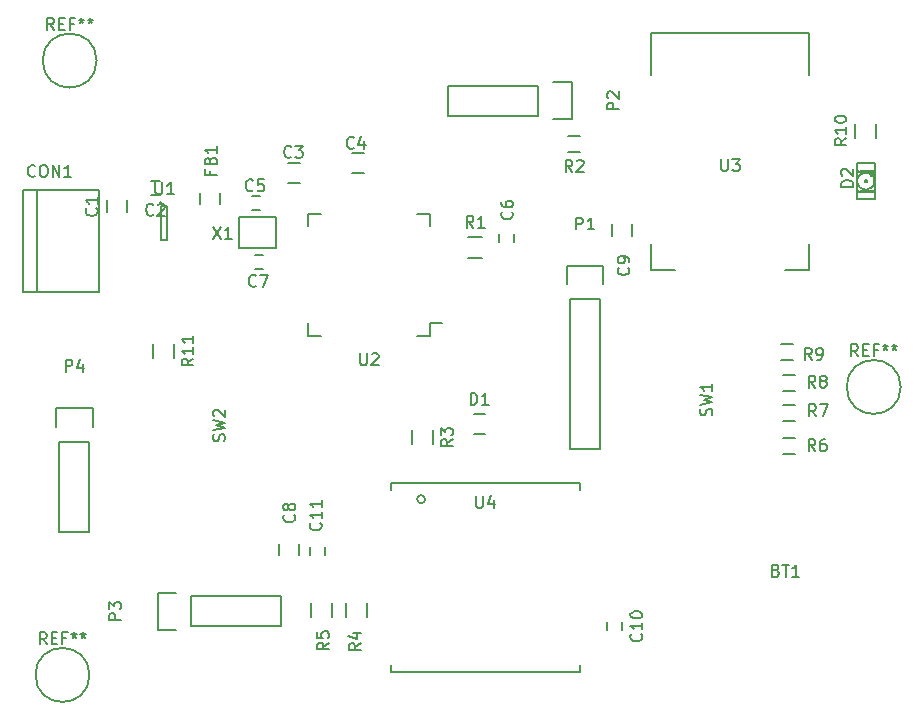
<source format=gbr>
G04 #@! TF.FileFunction,Legend,Top*
%FSLAX46Y46*%
G04 Gerber Fmt 4.6, Leading zero omitted, Abs format (unit mm)*
G04 Created by KiCad (PCBNEW (2015-07-31 BZR 6030)-product) date Mon Sep  7 21:48:31 2015*
%MOMM*%
G01*
G04 APERTURE LIST*
%ADD10C,0.100000*%
%ADD11C,0.150000*%
G04 APERTURE END LIST*
D10*
D11*
X166827200Y-83007200D02*
G75*
G03X166827200Y-83007200I-2286000J0D01*
G01*
X98145600Y-107391200D02*
G75*
G03X98145600Y-107391200I-2286000J0D01*
G01*
X99632400Y-67216400D02*
X99632400Y-68216400D01*
X101332400Y-68216400D02*
X101332400Y-67216400D01*
X104083600Y-66741600D02*
X103383600Y-66741600D01*
X103383600Y-65541600D02*
X104083600Y-65541600D01*
X114968400Y-65772400D02*
X115968400Y-65772400D01*
X115968400Y-64072400D02*
X114968400Y-64072400D01*
X120353200Y-64858000D02*
X121353200Y-64858000D01*
X121353200Y-63158000D02*
X120353200Y-63158000D01*
X112618000Y-68062400D02*
X111918000Y-68062400D01*
X111918000Y-66862400D02*
X112618000Y-66862400D01*
X132851600Y-70758800D02*
X132851600Y-70058800D01*
X134051600Y-70058800D02*
X134051600Y-70758800D01*
X112172000Y-71840800D02*
X112872000Y-71840800D01*
X112872000Y-73040800D02*
X112172000Y-73040800D01*
X115912000Y-97274000D02*
X115912000Y-96274000D01*
X114212000Y-96274000D02*
X114212000Y-97274000D01*
X144106000Y-70248400D02*
X144106000Y-69248400D01*
X142406000Y-69248400D02*
X142406000Y-70248400D01*
X143195600Y-102926400D02*
X143195600Y-103626400D01*
X141995600Y-103626400D02*
X141995600Y-102926400D01*
X118049600Y-96525600D02*
X118049600Y-97225600D01*
X116849600Y-97225600D02*
X116849600Y-96525600D01*
X92511600Y-66292000D02*
X92511600Y-74992000D01*
X98916600Y-66292000D02*
X98916600Y-74992000D01*
X98916600Y-74992000D02*
X92511600Y-74992000D01*
X93741600Y-74992000D02*
X93741600Y-66292000D01*
X92511600Y-66292000D02*
X98916600Y-66292000D01*
X131665600Y-85306800D02*
X130665600Y-85306800D01*
X130665600Y-87006800D02*
X131665600Y-87006800D01*
X163979860Y-65681860D02*
X163979860Y-65483740D01*
X163979860Y-65483740D02*
X163781740Y-65483740D01*
X163781740Y-65681860D02*
X163781740Y-65483740D01*
X163979860Y-65681860D02*
X163781740Y-65681860D01*
X164579300Y-65133220D02*
X164579300Y-64785240D01*
X164579300Y-64785240D02*
X164330380Y-64785240D01*
X164330380Y-65133220D02*
X164330380Y-64785240D01*
X164579300Y-65133220D02*
X164330380Y-65133220D01*
X164579300Y-64785240D02*
X164579300Y-64683640D01*
X164579300Y-64683640D02*
X163382960Y-64683640D01*
X163382960Y-64785240D02*
X163382960Y-64683640D01*
X164579300Y-64785240D02*
X163382960Y-64785240D01*
X163332160Y-64785240D02*
X163332160Y-64683640D01*
X163332160Y-64683640D02*
X163182300Y-64683640D01*
X163182300Y-64785240D02*
X163182300Y-64683640D01*
X163332160Y-64785240D02*
X163182300Y-64785240D01*
X164579300Y-66481960D02*
X164579300Y-66380360D01*
X164579300Y-66380360D02*
X163382960Y-66380360D01*
X163382960Y-66481960D02*
X163382960Y-66380360D01*
X164579300Y-66481960D02*
X163382960Y-66481960D01*
X163332160Y-66481960D02*
X163332160Y-66380360D01*
X163332160Y-66380360D02*
X163182300Y-66380360D01*
X163182300Y-66481960D02*
X163182300Y-66380360D01*
X163332160Y-66481960D02*
X163182300Y-66481960D01*
X164579300Y-65133220D02*
X164579300Y-64983360D01*
X164579300Y-64983360D02*
X164330380Y-64983360D01*
X164330380Y-65133220D02*
X164330380Y-64983360D01*
X164579300Y-65133220D02*
X164330380Y-65133220D01*
X164630100Y-64033400D02*
X164630100Y-67132200D01*
X164630100Y-67132200D02*
X163131500Y-67132200D01*
X163131500Y-67132200D02*
X163131500Y-64033400D01*
X163131500Y-64033400D02*
X164630100Y-64033400D01*
X164380154Y-66130062D02*
G75*
G03X164378640Y-65034160I-499354J547262D01*
G01*
X163382402Y-66130933D02*
G75*
G03X164378640Y-66131440I498398J548133D01*
G01*
X163381446Y-65035538D02*
G75*
G03X163382960Y-66131440I499354J-547262D01*
G01*
X164379198Y-65034667D02*
G75*
G03X163382960Y-65034160I-498398J-548133D01*
G01*
X109206400Y-67556000D02*
X109206400Y-66556000D01*
X107506400Y-66556000D02*
X107506400Y-67556000D01*
X141376400Y-75590400D02*
X141376400Y-88290400D01*
X141376400Y-88290400D02*
X138836400Y-88290400D01*
X138836400Y-88290400D02*
X138836400Y-75590400D01*
X141656400Y-72770400D02*
X141656400Y-74320400D01*
X141376400Y-75590400D02*
X138836400Y-75590400D01*
X138556400Y-74320400D02*
X138556400Y-72770400D01*
X138556400Y-72770400D02*
X141656400Y-72770400D01*
X136144000Y-57505600D02*
X128524000Y-57505600D01*
X136144000Y-60045600D02*
X128524000Y-60045600D01*
X138964000Y-60325600D02*
X137414000Y-60325600D01*
X128524000Y-57505600D02*
X128524000Y-60045600D01*
X136144000Y-60045600D02*
X136144000Y-57505600D01*
X137414000Y-57225600D02*
X138964000Y-57225600D01*
X138964000Y-57225600D02*
X138964000Y-60325600D01*
X106730800Y-103276400D02*
X114350800Y-103276400D01*
X106730800Y-100736400D02*
X114350800Y-100736400D01*
X103910800Y-100456400D02*
X105460800Y-100456400D01*
X114350800Y-103276400D02*
X114350800Y-100736400D01*
X106730800Y-100736400D02*
X106730800Y-103276400D01*
X105460800Y-103556400D02*
X103910800Y-103556400D01*
X103910800Y-103556400D02*
X103910800Y-100456400D01*
X95605600Y-87630000D02*
X95605600Y-95250000D01*
X98145600Y-87630000D02*
X98145600Y-95250000D01*
X98425600Y-84810000D02*
X98425600Y-86360000D01*
X95605600Y-95250000D02*
X98145600Y-95250000D01*
X98145600Y-87630000D02*
X95605600Y-87630000D01*
X95325600Y-86360000D02*
X95325600Y-84810000D01*
X95325600Y-84810000D02*
X98425600Y-84810000D01*
X131410000Y-72045800D02*
X130210000Y-72045800D01*
X130210000Y-70295800D02*
X131410000Y-70295800D01*
X138692000Y-61758200D02*
X139692000Y-61758200D01*
X139692000Y-63108200D02*
X138692000Y-63108200D01*
X125464600Y-87874400D02*
X125464600Y-86674400D01*
X127214600Y-86674400D02*
X127214600Y-87874400D01*
X121626600Y-101304800D02*
X121626600Y-102504800D01*
X119876600Y-102504800D02*
X119876600Y-101304800D01*
X118680200Y-101304800D02*
X118680200Y-102504800D01*
X116930200Y-102504800D02*
X116930200Y-101304800D01*
X156878400Y-87310600D02*
X157878400Y-87310600D01*
X157878400Y-88660600D02*
X156878400Y-88660600D01*
X156878400Y-84516600D02*
X157878400Y-84516600D01*
X157878400Y-85866600D02*
X156878400Y-85866600D01*
X156878400Y-81976600D02*
X157878400Y-81976600D01*
X157878400Y-83326600D02*
X156878400Y-83326600D01*
X156726000Y-79335000D02*
X157726000Y-79335000D01*
X157726000Y-80685000D02*
X156726000Y-80685000D01*
X164755800Y-60715600D02*
X164755800Y-61915600D01*
X163005800Y-61915600D02*
X163005800Y-60715600D01*
X103519000Y-80559200D02*
X103519000Y-79359200D01*
X105269000Y-79359200D02*
X105269000Y-80559200D01*
X104295600Y-67438800D02*
G75*
G03X104295600Y-67438800I-100000J0D01*
G01*
X104745600Y-67688800D02*
X104245600Y-67688800D01*
X104745600Y-70588800D02*
X104745600Y-67688800D01*
X104245600Y-70588800D02*
X104745600Y-70588800D01*
X104245600Y-67688800D02*
X104245600Y-70588800D01*
X126993400Y-78682600D02*
X126993400Y-77607600D01*
X116643400Y-78682600D02*
X116643400Y-77607600D01*
X116643400Y-68332600D02*
X116643400Y-69407600D01*
X126993400Y-68332600D02*
X126993400Y-69407600D01*
X126993400Y-78682600D02*
X125918400Y-78682600D01*
X126993400Y-68332600D02*
X125918400Y-68332600D01*
X116643400Y-68332600D02*
X117718400Y-68332600D01*
X116643400Y-78682600D02*
X117718400Y-78682600D01*
X126993400Y-77607600D02*
X128018400Y-77607600D01*
X145704560Y-56566440D02*
X145704560Y-53016440D01*
X145704560Y-53016440D02*
X159104560Y-53016440D01*
X159104560Y-53016440D02*
X159104560Y-56566440D01*
X159104560Y-73116440D02*
X159104560Y-70866440D01*
X157054560Y-73116440D02*
X159104560Y-73116440D01*
X145704560Y-70866440D02*
X145704560Y-73116440D01*
X145704560Y-73116440D02*
X147754560Y-73116440D01*
X139673600Y-91110800D02*
X139673600Y-91710800D01*
X139673600Y-107110800D02*
X139673600Y-106510800D01*
X123673600Y-107110800D02*
X123673600Y-106510800D01*
X123673600Y-91110800D02*
X123673600Y-91710800D01*
X139673600Y-91110800D02*
X123673600Y-91110800D01*
X123673600Y-107110800D02*
X139673600Y-107110800D01*
X126565205Y-92511880D02*
G75*
G03X126565205Y-92511880I-339905J0D01*
G01*
X110769600Y-68651600D02*
X113969600Y-68651600D01*
X113969600Y-68651600D02*
X113969600Y-71251600D01*
X113969600Y-71251600D02*
X110769600Y-71251600D01*
X110769600Y-71251600D02*
X110769600Y-68651600D01*
X98755200Y-55372000D02*
G75*
G03X98755200Y-55372000I-2286000J0D01*
G01*
X163207867Y-80411581D02*
X162874533Y-79935390D01*
X162636438Y-80411581D02*
X162636438Y-79411581D01*
X163017391Y-79411581D01*
X163112629Y-79459200D01*
X163160248Y-79506819D01*
X163207867Y-79602057D01*
X163207867Y-79744914D01*
X163160248Y-79840152D01*
X163112629Y-79887771D01*
X163017391Y-79935390D01*
X162636438Y-79935390D01*
X163636438Y-79887771D02*
X163969772Y-79887771D01*
X164112629Y-80411581D02*
X163636438Y-80411581D01*
X163636438Y-79411581D01*
X164112629Y-79411581D01*
X164874534Y-79887771D02*
X164541200Y-79887771D01*
X164541200Y-80411581D02*
X164541200Y-79411581D01*
X165017391Y-79411581D01*
X165541200Y-79411581D02*
X165541200Y-79649676D01*
X165303105Y-79554438D02*
X165541200Y-79649676D01*
X165779296Y-79554438D01*
X165398343Y-79840152D02*
X165541200Y-79649676D01*
X165684058Y-79840152D01*
X166303105Y-79411581D02*
X166303105Y-79649676D01*
X166065010Y-79554438D02*
X166303105Y-79649676D01*
X166541201Y-79554438D01*
X166160248Y-79840152D02*
X166303105Y-79649676D01*
X166445963Y-79840152D01*
X94526267Y-104795581D02*
X94192933Y-104319390D01*
X93954838Y-104795581D02*
X93954838Y-103795581D01*
X94335791Y-103795581D01*
X94431029Y-103843200D01*
X94478648Y-103890819D01*
X94526267Y-103986057D01*
X94526267Y-104128914D01*
X94478648Y-104224152D01*
X94431029Y-104271771D01*
X94335791Y-104319390D01*
X93954838Y-104319390D01*
X94954838Y-104271771D02*
X95288172Y-104271771D01*
X95431029Y-104795581D02*
X94954838Y-104795581D01*
X94954838Y-103795581D01*
X95431029Y-103795581D01*
X96192934Y-104271771D02*
X95859600Y-104271771D01*
X95859600Y-104795581D02*
X95859600Y-103795581D01*
X96335791Y-103795581D01*
X96859600Y-103795581D02*
X96859600Y-104033676D01*
X96621505Y-103938438D02*
X96859600Y-104033676D01*
X97097696Y-103938438D01*
X96716743Y-104224152D02*
X96859600Y-104033676D01*
X97002458Y-104224152D01*
X97621505Y-103795581D02*
X97621505Y-104033676D01*
X97383410Y-103938438D02*
X97621505Y-104033676D01*
X97859601Y-103938438D01*
X97478648Y-104224152D02*
X97621505Y-104033676D01*
X97764363Y-104224152D01*
X156287886Y-98539371D02*
X156430743Y-98586990D01*
X156478362Y-98634610D01*
X156525981Y-98729848D01*
X156525981Y-98872705D01*
X156478362Y-98967943D01*
X156430743Y-99015562D01*
X156335505Y-99063181D01*
X155954552Y-99063181D01*
X155954552Y-98063181D01*
X156287886Y-98063181D01*
X156383124Y-98110800D01*
X156430743Y-98158419D01*
X156478362Y-98253657D01*
X156478362Y-98348895D01*
X156430743Y-98444133D01*
X156383124Y-98491752D01*
X156287886Y-98539371D01*
X155954552Y-98539371D01*
X156811695Y-98063181D02*
X157383124Y-98063181D01*
X157097409Y-99063181D02*
X157097409Y-98063181D01*
X158240267Y-99063181D02*
X157668838Y-99063181D01*
X157954552Y-99063181D02*
X157954552Y-98063181D01*
X157859314Y-98206038D01*
X157764076Y-98301276D01*
X157668838Y-98348895D01*
X98739543Y-67883066D02*
X98787162Y-67930685D01*
X98834781Y-68073542D01*
X98834781Y-68168780D01*
X98787162Y-68311638D01*
X98691924Y-68406876D01*
X98596686Y-68454495D01*
X98406210Y-68502114D01*
X98263352Y-68502114D01*
X98072876Y-68454495D01*
X97977638Y-68406876D01*
X97882400Y-68311638D01*
X97834781Y-68168780D01*
X97834781Y-68073542D01*
X97882400Y-67930685D01*
X97930019Y-67883066D01*
X98834781Y-66930685D02*
X98834781Y-67502114D01*
X98834781Y-67216400D02*
X97834781Y-67216400D01*
X97977638Y-67311638D01*
X98072876Y-67406876D01*
X98120495Y-67502114D01*
X103566934Y-68398743D02*
X103519315Y-68446362D01*
X103376458Y-68493981D01*
X103281220Y-68493981D01*
X103138362Y-68446362D01*
X103043124Y-68351124D01*
X102995505Y-68255886D01*
X102947886Y-68065410D01*
X102947886Y-67922552D01*
X102995505Y-67732076D01*
X103043124Y-67636838D01*
X103138362Y-67541600D01*
X103281220Y-67493981D01*
X103376458Y-67493981D01*
X103519315Y-67541600D01*
X103566934Y-67589219D01*
X103947886Y-67589219D02*
X103995505Y-67541600D01*
X104090743Y-67493981D01*
X104328839Y-67493981D01*
X104424077Y-67541600D01*
X104471696Y-67589219D01*
X104519315Y-67684457D01*
X104519315Y-67779695D01*
X104471696Y-67922552D01*
X103900267Y-68493981D01*
X104519315Y-68493981D01*
X115250934Y-63501543D02*
X115203315Y-63549162D01*
X115060458Y-63596781D01*
X114965220Y-63596781D01*
X114822362Y-63549162D01*
X114727124Y-63453924D01*
X114679505Y-63358686D01*
X114631886Y-63168210D01*
X114631886Y-63025352D01*
X114679505Y-62834876D01*
X114727124Y-62739638D01*
X114822362Y-62644400D01*
X114965220Y-62596781D01*
X115060458Y-62596781D01*
X115203315Y-62644400D01*
X115250934Y-62692019D01*
X115584267Y-62596781D02*
X116203315Y-62596781D01*
X115869981Y-62977733D01*
X116012839Y-62977733D01*
X116108077Y-63025352D01*
X116155696Y-63072971D01*
X116203315Y-63168210D01*
X116203315Y-63406305D01*
X116155696Y-63501543D01*
X116108077Y-63549162D01*
X116012839Y-63596781D01*
X115727124Y-63596781D01*
X115631886Y-63549162D01*
X115584267Y-63501543D01*
X120534134Y-62739543D02*
X120486515Y-62787162D01*
X120343658Y-62834781D01*
X120248420Y-62834781D01*
X120105562Y-62787162D01*
X120010324Y-62691924D01*
X119962705Y-62596686D01*
X119915086Y-62406210D01*
X119915086Y-62263352D01*
X119962705Y-62072876D01*
X120010324Y-61977638D01*
X120105562Y-61882400D01*
X120248420Y-61834781D01*
X120343658Y-61834781D01*
X120486515Y-61882400D01*
X120534134Y-61930019D01*
X121391277Y-62168114D02*
X121391277Y-62834781D01*
X121153181Y-61787162D02*
X120915086Y-62501448D01*
X121534134Y-62501448D01*
X111999734Y-66346343D02*
X111952115Y-66393962D01*
X111809258Y-66441581D01*
X111714020Y-66441581D01*
X111571162Y-66393962D01*
X111475924Y-66298724D01*
X111428305Y-66203486D01*
X111380686Y-66013010D01*
X111380686Y-65870152D01*
X111428305Y-65679676D01*
X111475924Y-65584438D01*
X111571162Y-65489200D01*
X111714020Y-65441581D01*
X111809258Y-65441581D01*
X111952115Y-65489200D01*
X111999734Y-65536819D01*
X112904496Y-65441581D02*
X112428305Y-65441581D01*
X112380686Y-65917771D01*
X112428305Y-65870152D01*
X112523543Y-65822533D01*
X112761639Y-65822533D01*
X112856877Y-65870152D01*
X112904496Y-65917771D01*
X112952115Y-66013010D01*
X112952115Y-66251105D01*
X112904496Y-66346343D01*
X112856877Y-66393962D01*
X112761639Y-66441581D01*
X112523543Y-66441581D01*
X112428305Y-66393962D01*
X112380686Y-66346343D01*
X133910343Y-68187866D02*
X133957962Y-68235485D01*
X134005581Y-68378342D01*
X134005581Y-68473580D01*
X133957962Y-68616438D01*
X133862724Y-68711676D01*
X133767486Y-68759295D01*
X133577010Y-68806914D01*
X133434152Y-68806914D01*
X133243676Y-68759295D01*
X133148438Y-68711676D01*
X133053200Y-68616438D01*
X133005581Y-68473580D01*
X133005581Y-68378342D01*
X133053200Y-68235485D01*
X133100819Y-68187866D01*
X133005581Y-67330723D02*
X133005581Y-67521200D01*
X133053200Y-67616438D01*
X133100819Y-67664057D01*
X133243676Y-67759295D01*
X133434152Y-67806914D01*
X133815105Y-67806914D01*
X133910343Y-67759295D01*
X133957962Y-67711676D01*
X134005581Y-67616438D01*
X134005581Y-67425961D01*
X133957962Y-67330723D01*
X133910343Y-67283104D01*
X133815105Y-67235485D01*
X133577010Y-67235485D01*
X133481771Y-67283104D01*
X133434152Y-67330723D01*
X133386533Y-67425961D01*
X133386533Y-67616438D01*
X133434152Y-67711676D01*
X133481771Y-67759295D01*
X133577010Y-67806914D01*
X112253734Y-74423543D02*
X112206115Y-74471162D01*
X112063258Y-74518781D01*
X111968020Y-74518781D01*
X111825162Y-74471162D01*
X111729924Y-74375924D01*
X111682305Y-74280686D01*
X111634686Y-74090210D01*
X111634686Y-73947352D01*
X111682305Y-73756876D01*
X111729924Y-73661638D01*
X111825162Y-73566400D01*
X111968020Y-73518781D01*
X112063258Y-73518781D01*
X112206115Y-73566400D01*
X112253734Y-73614019D01*
X112587067Y-73518781D02*
X113253734Y-73518781D01*
X112825162Y-74518781D01*
X115469943Y-93841866D02*
X115517562Y-93889485D01*
X115565181Y-94032342D01*
X115565181Y-94127580D01*
X115517562Y-94270438D01*
X115422324Y-94365676D01*
X115327086Y-94413295D01*
X115136610Y-94460914D01*
X114993752Y-94460914D01*
X114803276Y-94413295D01*
X114708038Y-94365676D01*
X114612800Y-94270438D01*
X114565181Y-94127580D01*
X114565181Y-94032342D01*
X114612800Y-93889485D01*
X114660419Y-93841866D01*
X114993752Y-93270438D02*
X114946133Y-93365676D01*
X114898514Y-93413295D01*
X114803276Y-93460914D01*
X114755657Y-93460914D01*
X114660419Y-93413295D01*
X114612800Y-93365676D01*
X114565181Y-93270438D01*
X114565181Y-93079961D01*
X114612800Y-92984723D01*
X114660419Y-92937104D01*
X114755657Y-92889485D01*
X114803276Y-92889485D01*
X114898514Y-92937104D01*
X114946133Y-92984723D01*
X114993752Y-93079961D01*
X114993752Y-93270438D01*
X115041371Y-93365676D01*
X115088990Y-93413295D01*
X115184229Y-93460914D01*
X115374705Y-93460914D01*
X115469943Y-93413295D01*
X115517562Y-93365676D01*
X115565181Y-93270438D01*
X115565181Y-93079961D01*
X115517562Y-92984723D01*
X115469943Y-92937104D01*
X115374705Y-92889485D01*
X115184229Y-92889485D01*
X115088990Y-92937104D01*
X115041371Y-92984723D01*
X114993752Y-93079961D01*
X143765543Y-72912266D02*
X143813162Y-72959885D01*
X143860781Y-73102742D01*
X143860781Y-73197980D01*
X143813162Y-73340838D01*
X143717924Y-73436076D01*
X143622686Y-73483695D01*
X143432210Y-73531314D01*
X143289352Y-73531314D01*
X143098876Y-73483695D01*
X143003638Y-73436076D01*
X142908400Y-73340838D01*
X142860781Y-73197980D01*
X142860781Y-73102742D01*
X142908400Y-72959885D01*
X142956019Y-72912266D01*
X143860781Y-72436076D02*
X143860781Y-72245600D01*
X143813162Y-72150361D01*
X143765543Y-72102742D01*
X143622686Y-72007504D01*
X143432210Y-71959885D01*
X143051257Y-71959885D01*
X142956019Y-72007504D01*
X142908400Y-72055123D01*
X142860781Y-72150361D01*
X142860781Y-72340838D01*
X142908400Y-72436076D01*
X142956019Y-72483695D01*
X143051257Y-72531314D01*
X143289352Y-72531314D01*
X143384590Y-72483695D01*
X143432210Y-72436076D01*
X143479829Y-72340838D01*
X143479829Y-72150361D01*
X143432210Y-72055123D01*
X143384590Y-72007504D01*
X143289352Y-71959885D01*
X144852743Y-103919257D02*
X144900362Y-103966876D01*
X144947981Y-104109733D01*
X144947981Y-104204971D01*
X144900362Y-104347829D01*
X144805124Y-104443067D01*
X144709886Y-104490686D01*
X144519410Y-104538305D01*
X144376552Y-104538305D01*
X144186076Y-104490686D01*
X144090838Y-104443067D01*
X143995600Y-104347829D01*
X143947981Y-104204971D01*
X143947981Y-104109733D01*
X143995600Y-103966876D01*
X144043219Y-103919257D01*
X144947981Y-102966876D02*
X144947981Y-103538305D01*
X144947981Y-103252591D02*
X143947981Y-103252591D01*
X144090838Y-103347829D01*
X144186076Y-103443067D01*
X144233695Y-103538305D01*
X143947981Y-102347829D02*
X143947981Y-102252590D01*
X143995600Y-102157352D01*
X144043219Y-102109733D01*
X144138457Y-102062114D01*
X144328933Y-102014495D01*
X144567029Y-102014495D01*
X144757505Y-102062114D01*
X144852743Y-102109733D01*
X144900362Y-102157352D01*
X144947981Y-102252590D01*
X144947981Y-102347829D01*
X144900362Y-102443067D01*
X144852743Y-102490686D01*
X144757505Y-102538305D01*
X144567029Y-102585924D01*
X144328933Y-102585924D01*
X144138457Y-102538305D01*
X144043219Y-102490686D01*
X143995600Y-102443067D01*
X143947981Y-102347829D01*
X117705143Y-94521257D02*
X117752762Y-94568876D01*
X117800381Y-94711733D01*
X117800381Y-94806971D01*
X117752762Y-94949829D01*
X117657524Y-95045067D01*
X117562286Y-95092686D01*
X117371810Y-95140305D01*
X117228952Y-95140305D01*
X117038476Y-95092686D01*
X116943238Y-95045067D01*
X116848000Y-94949829D01*
X116800381Y-94806971D01*
X116800381Y-94711733D01*
X116848000Y-94568876D01*
X116895619Y-94521257D01*
X117800381Y-93568876D02*
X117800381Y-94140305D01*
X117800381Y-93854591D02*
X116800381Y-93854591D01*
X116943238Y-93949829D01*
X117038476Y-94045067D01*
X117086095Y-94140305D01*
X117800381Y-92616495D02*
X117800381Y-93187924D01*
X117800381Y-92902210D02*
X116800381Y-92902210D01*
X116943238Y-92997448D01*
X117038476Y-93092686D01*
X117086095Y-93187924D01*
X93552315Y-65124143D02*
X93504696Y-65171762D01*
X93361839Y-65219381D01*
X93266601Y-65219381D01*
X93123743Y-65171762D01*
X93028505Y-65076524D01*
X92980886Y-64981286D01*
X92933267Y-64790810D01*
X92933267Y-64647952D01*
X92980886Y-64457476D01*
X93028505Y-64362238D01*
X93123743Y-64267000D01*
X93266601Y-64219381D01*
X93361839Y-64219381D01*
X93504696Y-64267000D01*
X93552315Y-64314619D01*
X94171362Y-64219381D02*
X94361839Y-64219381D01*
X94457077Y-64267000D01*
X94552315Y-64362238D01*
X94599934Y-64552714D01*
X94599934Y-64886048D01*
X94552315Y-65076524D01*
X94457077Y-65171762D01*
X94361839Y-65219381D01*
X94171362Y-65219381D01*
X94076124Y-65171762D01*
X93980886Y-65076524D01*
X93933267Y-64886048D01*
X93933267Y-64552714D01*
X93980886Y-64362238D01*
X94076124Y-64267000D01*
X94171362Y-64219381D01*
X95028505Y-65219381D02*
X95028505Y-64219381D01*
X95599934Y-65219381D01*
X95599934Y-64219381D01*
X96599934Y-65219381D02*
X96028505Y-65219381D01*
X96314219Y-65219381D02*
X96314219Y-64219381D01*
X96218981Y-64362238D01*
X96123743Y-64457476D01*
X96028505Y-64505095D01*
X130427505Y-84509181D02*
X130427505Y-83509181D01*
X130665600Y-83509181D01*
X130808458Y-83556800D01*
X130903696Y-83652038D01*
X130951315Y-83747276D01*
X130998934Y-83937752D01*
X130998934Y-84080610D01*
X130951315Y-84271086D01*
X130903696Y-84366324D01*
X130808458Y-84461562D01*
X130665600Y-84509181D01*
X130427505Y-84509181D01*
X131951315Y-84509181D02*
X131379886Y-84509181D01*
X131665600Y-84509181D02*
X131665600Y-83509181D01*
X131570362Y-83652038D01*
X131475124Y-83747276D01*
X131379886Y-83794895D01*
X162809181Y-66066895D02*
X161809181Y-66066895D01*
X161809181Y-65828800D01*
X161856800Y-65685942D01*
X161952038Y-65590704D01*
X162047276Y-65543085D01*
X162237752Y-65495466D01*
X162380610Y-65495466D01*
X162571086Y-65543085D01*
X162666324Y-65590704D01*
X162761562Y-65685942D01*
X162809181Y-65828800D01*
X162809181Y-66066895D01*
X161904419Y-65114514D02*
X161856800Y-65066895D01*
X161809181Y-64971657D01*
X161809181Y-64733561D01*
X161856800Y-64638323D01*
X161904419Y-64590704D01*
X161999657Y-64543085D01*
X162094895Y-64543085D01*
X162237752Y-64590704D01*
X162809181Y-65162133D01*
X162809181Y-64543085D01*
X108386571Y-64688933D02*
X108386571Y-65022267D01*
X108910381Y-65022267D02*
X107910381Y-65022267D01*
X107910381Y-64546076D01*
X108386571Y-63831790D02*
X108434190Y-63688933D01*
X108481810Y-63641314D01*
X108577048Y-63593695D01*
X108719905Y-63593695D01*
X108815143Y-63641314D01*
X108862762Y-63688933D01*
X108910381Y-63784171D01*
X108910381Y-64165124D01*
X107910381Y-64165124D01*
X107910381Y-63831790D01*
X107958000Y-63736552D01*
X108005619Y-63688933D01*
X108100857Y-63641314D01*
X108196095Y-63641314D01*
X108291333Y-63688933D01*
X108338952Y-63736552D01*
X108386571Y-63831790D01*
X108386571Y-64165124D01*
X108910381Y-62641314D02*
X108910381Y-63212743D01*
X108910381Y-62927029D02*
X107910381Y-62927029D01*
X108053238Y-63022267D01*
X108148476Y-63117505D01*
X108196095Y-63212743D01*
X139368305Y-69672781D02*
X139368305Y-68672781D01*
X139749258Y-68672781D01*
X139844496Y-68720400D01*
X139892115Y-68768019D01*
X139939734Y-68863257D01*
X139939734Y-69006114D01*
X139892115Y-69101352D01*
X139844496Y-69148971D01*
X139749258Y-69196590D01*
X139368305Y-69196590D01*
X140892115Y-69672781D02*
X140320686Y-69672781D01*
X140606400Y-69672781D02*
X140606400Y-68672781D01*
X140511162Y-68815638D01*
X140415924Y-68910876D01*
X140320686Y-68958495D01*
X142966381Y-59513695D02*
X141966381Y-59513695D01*
X141966381Y-59132742D01*
X142014000Y-59037504D01*
X142061619Y-58989885D01*
X142156857Y-58942266D01*
X142299714Y-58942266D01*
X142394952Y-58989885D01*
X142442571Y-59037504D01*
X142490190Y-59132742D01*
X142490190Y-59513695D01*
X142061619Y-58561314D02*
X142014000Y-58513695D01*
X141966381Y-58418457D01*
X141966381Y-58180361D01*
X142014000Y-58085123D01*
X142061619Y-58037504D01*
X142156857Y-57989885D01*
X142252095Y-57989885D01*
X142394952Y-58037504D01*
X142966381Y-58608933D01*
X142966381Y-57989885D01*
X100813181Y-102744495D02*
X99813181Y-102744495D01*
X99813181Y-102363542D01*
X99860800Y-102268304D01*
X99908419Y-102220685D01*
X100003657Y-102173066D01*
X100146514Y-102173066D01*
X100241752Y-102220685D01*
X100289371Y-102268304D01*
X100336990Y-102363542D01*
X100336990Y-102744495D01*
X99813181Y-101839733D02*
X99813181Y-101220685D01*
X100194133Y-101554019D01*
X100194133Y-101411161D01*
X100241752Y-101315923D01*
X100289371Y-101268304D01*
X100384610Y-101220685D01*
X100622705Y-101220685D01*
X100717943Y-101268304D01*
X100765562Y-101315923D01*
X100813181Y-101411161D01*
X100813181Y-101696876D01*
X100765562Y-101792114D01*
X100717943Y-101839733D01*
X96137505Y-81712381D02*
X96137505Y-80712381D01*
X96518458Y-80712381D01*
X96613696Y-80760000D01*
X96661315Y-80807619D01*
X96708934Y-80902857D01*
X96708934Y-81045714D01*
X96661315Y-81140952D01*
X96613696Y-81188571D01*
X96518458Y-81236190D01*
X96137505Y-81236190D01*
X97566077Y-81045714D02*
X97566077Y-81712381D01*
X97327981Y-80664762D02*
X97089886Y-81379048D01*
X97708934Y-81379048D01*
X130643334Y-69523181D02*
X130310000Y-69046990D01*
X130071905Y-69523181D02*
X130071905Y-68523181D01*
X130452858Y-68523181D01*
X130548096Y-68570800D01*
X130595715Y-68618419D01*
X130643334Y-68713657D01*
X130643334Y-68856514D01*
X130595715Y-68951752D01*
X130548096Y-68999371D01*
X130452858Y-69046990D01*
X130071905Y-69046990D01*
X131595715Y-69523181D02*
X131024286Y-69523181D01*
X131310000Y-69523181D02*
X131310000Y-68523181D01*
X131214762Y-68666038D01*
X131119524Y-68761276D01*
X131024286Y-68808895D01*
X139025334Y-64785581D02*
X138692000Y-64309390D01*
X138453905Y-64785581D02*
X138453905Y-63785581D01*
X138834858Y-63785581D01*
X138930096Y-63833200D01*
X138977715Y-63880819D01*
X139025334Y-63976057D01*
X139025334Y-64118914D01*
X138977715Y-64214152D01*
X138930096Y-64261771D01*
X138834858Y-64309390D01*
X138453905Y-64309390D01*
X139406286Y-63880819D02*
X139453905Y-63833200D01*
X139549143Y-63785581D01*
X139787239Y-63785581D01*
X139882477Y-63833200D01*
X139930096Y-63880819D01*
X139977715Y-63976057D01*
X139977715Y-64071295D01*
X139930096Y-64214152D01*
X139358667Y-64785581D01*
X139977715Y-64785581D01*
X128891981Y-87441066D02*
X128415790Y-87774400D01*
X128891981Y-88012495D02*
X127891981Y-88012495D01*
X127891981Y-87631542D01*
X127939600Y-87536304D01*
X127987219Y-87488685D01*
X128082457Y-87441066D01*
X128225314Y-87441066D01*
X128320552Y-87488685D01*
X128368171Y-87536304D01*
X128415790Y-87631542D01*
X128415790Y-88012495D01*
X127891981Y-87107733D02*
X127891981Y-86488685D01*
X128272933Y-86822019D01*
X128272933Y-86679161D01*
X128320552Y-86583923D01*
X128368171Y-86536304D01*
X128463410Y-86488685D01*
X128701505Y-86488685D01*
X128796743Y-86536304D01*
X128844362Y-86583923D01*
X128891981Y-86679161D01*
X128891981Y-86964876D01*
X128844362Y-87060114D01*
X128796743Y-87107733D01*
X121102381Y-104713066D02*
X120626190Y-105046400D01*
X121102381Y-105284495D02*
X120102381Y-105284495D01*
X120102381Y-104903542D01*
X120150000Y-104808304D01*
X120197619Y-104760685D01*
X120292857Y-104713066D01*
X120435714Y-104713066D01*
X120530952Y-104760685D01*
X120578571Y-104808304D01*
X120626190Y-104903542D01*
X120626190Y-105284495D01*
X120435714Y-103855923D02*
X121102381Y-103855923D01*
X120054762Y-104094019D02*
X120769048Y-104332114D01*
X120769048Y-103713066D01*
X118409981Y-104662266D02*
X117933790Y-104995600D01*
X118409981Y-105233695D02*
X117409981Y-105233695D01*
X117409981Y-104852742D01*
X117457600Y-104757504D01*
X117505219Y-104709885D01*
X117600457Y-104662266D01*
X117743314Y-104662266D01*
X117838552Y-104709885D01*
X117886171Y-104757504D01*
X117933790Y-104852742D01*
X117933790Y-105233695D01*
X117409981Y-103757504D02*
X117409981Y-104233695D01*
X117886171Y-104281314D01*
X117838552Y-104233695D01*
X117790933Y-104138457D01*
X117790933Y-103900361D01*
X117838552Y-103805123D01*
X117886171Y-103757504D01*
X117981410Y-103709885D01*
X118219505Y-103709885D01*
X118314743Y-103757504D01*
X118362362Y-103805123D01*
X118409981Y-103900361D01*
X118409981Y-104138457D01*
X118362362Y-104233695D01*
X118314743Y-104281314D01*
X159599334Y-88437981D02*
X159266000Y-87961790D01*
X159027905Y-88437981D02*
X159027905Y-87437981D01*
X159408858Y-87437981D01*
X159504096Y-87485600D01*
X159551715Y-87533219D01*
X159599334Y-87628457D01*
X159599334Y-87771314D01*
X159551715Y-87866552D01*
X159504096Y-87914171D01*
X159408858Y-87961790D01*
X159027905Y-87961790D01*
X160456477Y-87437981D02*
X160266000Y-87437981D01*
X160170762Y-87485600D01*
X160123143Y-87533219D01*
X160027905Y-87676076D01*
X159980286Y-87866552D01*
X159980286Y-88247505D01*
X160027905Y-88342743D01*
X160075524Y-88390362D01*
X160170762Y-88437981D01*
X160361239Y-88437981D01*
X160456477Y-88390362D01*
X160504096Y-88342743D01*
X160551715Y-88247505D01*
X160551715Y-88009410D01*
X160504096Y-87914171D01*
X160456477Y-87866552D01*
X160361239Y-87818933D01*
X160170762Y-87818933D01*
X160075524Y-87866552D01*
X160027905Y-87914171D01*
X159980286Y-88009410D01*
X159650134Y-85491581D02*
X159316800Y-85015390D01*
X159078705Y-85491581D02*
X159078705Y-84491581D01*
X159459658Y-84491581D01*
X159554896Y-84539200D01*
X159602515Y-84586819D01*
X159650134Y-84682057D01*
X159650134Y-84824914D01*
X159602515Y-84920152D01*
X159554896Y-84967771D01*
X159459658Y-85015390D01*
X159078705Y-85015390D01*
X159983467Y-84491581D02*
X160650134Y-84491581D01*
X160221562Y-85491581D01*
X159599334Y-83053181D02*
X159266000Y-82576990D01*
X159027905Y-83053181D02*
X159027905Y-82053181D01*
X159408858Y-82053181D01*
X159504096Y-82100800D01*
X159551715Y-82148419D01*
X159599334Y-82243657D01*
X159599334Y-82386514D01*
X159551715Y-82481752D01*
X159504096Y-82529371D01*
X159408858Y-82576990D01*
X159027905Y-82576990D01*
X160170762Y-82481752D02*
X160075524Y-82434133D01*
X160027905Y-82386514D01*
X159980286Y-82291276D01*
X159980286Y-82243657D01*
X160027905Y-82148419D01*
X160075524Y-82100800D01*
X160170762Y-82053181D01*
X160361239Y-82053181D01*
X160456477Y-82100800D01*
X160504096Y-82148419D01*
X160551715Y-82243657D01*
X160551715Y-82291276D01*
X160504096Y-82386514D01*
X160456477Y-82434133D01*
X160361239Y-82481752D01*
X160170762Y-82481752D01*
X160075524Y-82529371D01*
X160027905Y-82576990D01*
X159980286Y-82672229D01*
X159980286Y-82862705D01*
X160027905Y-82957943D01*
X160075524Y-83005562D01*
X160170762Y-83053181D01*
X160361239Y-83053181D01*
X160456477Y-83005562D01*
X160504096Y-82957943D01*
X160551715Y-82862705D01*
X160551715Y-82672229D01*
X160504096Y-82576990D01*
X160456477Y-82529371D01*
X160361239Y-82481752D01*
X159294534Y-80716381D02*
X158961200Y-80240190D01*
X158723105Y-80716381D02*
X158723105Y-79716381D01*
X159104058Y-79716381D01*
X159199296Y-79764000D01*
X159246915Y-79811619D01*
X159294534Y-79906857D01*
X159294534Y-80049714D01*
X159246915Y-80144952D01*
X159199296Y-80192571D01*
X159104058Y-80240190D01*
X158723105Y-80240190D01*
X159770724Y-80716381D02*
X159961200Y-80716381D01*
X160056439Y-80668762D01*
X160104058Y-80621143D01*
X160199296Y-80478286D01*
X160246915Y-80287810D01*
X160246915Y-79906857D01*
X160199296Y-79811619D01*
X160151677Y-79764000D01*
X160056439Y-79716381D01*
X159865962Y-79716381D01*
X159770724Y-79764000D01*
X159723105Y-79811619D01*
X159675486Y-79906857D01*
X159675486Y-80144952D01*
X159723105Y-80240190D01*
X159770724Y-80287810D01*
X159865962Y-80335429D01*
X160056439Y-80335429D01*
X160151677Y-80287810D01*
X160199296Y-80240190D01*
X160246915Y-80144952D01*
X162233181Y-61958457D02*
X161756990Y-62291791D01*
X162233181Y-62529886D02*
X161233181Y-62529886D01*
X161233181Y-62148933D01*
X161280800Y-62053695D01*
X161328419Y-62006076D01*
X161423657Y-61958457D01*
X161566514Y-61958457D01*
X161661752Y-62006076D01*
X161709371Y-62053695D01*
X161756990Y-62148933D01*
X161756990Y-62529886D01*
X162233181Y-61006076D02*
X162233181Y-61577505D01*
X162233181Y-61291791D02*
X161233181Y-61291791D01*
X161376038Y-61387029D01*
X161471276Y-61482267D01*
X161518895Y-61577505D01*
X161233181Y-60387029D02*
X161233181Y-60291790D01*
X161280800Y-60196552D01*
X161328419Y-60148933D01*
X161423657Y-60101314D01*
X161614133Y-60053695D01*
X161852229Y-60053695D01*
X162042705Y-60101314D01*
X162137943Y-60148933D01*
X162185562Y-60196552D01*
X162233181Y-60291790D01*
X162233181Y-60387029D01*
X162185562Y-60482267D01*
X162137943Y-60529886D01*
X162042705Y-60577505D01*
X161852229Y-60625124D01*
X161614133Y-60625124D01*
X161423657Y-60577505D01*
X161328419Y-60529886D01*
X161280800Y-60482267D01*
X161233181Y-60387029D01*
X106946381Y-80602057D02*
X106470190Y-80935391D01*
X106946381Y-81173486D02*
X105946381Y-81173486D01*
X105946381Y-80792533D01*
X105994000Y-80697295D01*
X106041619Y-80649676D01*
X106136857Y-80602057D01*
X106279714Y-80602057D01*
X106374952Y-80649676D01*
X106422571Y-80697295D01*
X106470190Y-80792533D01*
X106470190Y-81173486D01*
X106946381Y-79649676D02*
X106946381Y-80221105D01*
X106946381Y-79935391D02*
X105946381Y-79935391D01*
X106089238Y-80030629D01*
X106184476Y-80125867D01*
X106232095Y-80221105D01*
X106946381Y-78697295D02*
X106946381Y-79268724D01*
X106946381Y-78983010D02*
X105946381Y-78983010D01*
X106089238Y-79078248D01*
X106184476Y-79173486D01*
X106232095Y-79268724D01*
X150815562Y-85407333D02*
X150863181Y-85264476D01*
X150863181Y-85026380D01*
X150815562Y-84931142D01*
X150767943Y-84883523D01*
X150672705Y-84835904D01*
X150577467Y-84835904D01*
X150482229Y-84883523D01*
X150434610Y-84931142D01*
X150386990Y-85026380D01*
X150339371Y-85216857D01*
X150291752Y-85312095D01*
X150244133Y-85359714D01*
X150148895Y-85407333D01*
X150053657Y-85407333D01*
X149958419Y-85359714D01*
X149910800Y-85312095D01*
X149863181Y-85216857D01*
X149863181Y-84978761D01*
X149910800Y-84835904D01*
X149863181Y-84502571D02*
X150863181Y-84264476D01*
X150148895Y-84073999D01*
X150863181Y-83883523D01*
X149863181Y-83645428D01*
X150863181Y-82740666D02*
X150863181Y-83312095D01*
X150863181Y-83026381D02*
X149863181Y-83026381D01*
X150006038Y-83121619D01*
X150101276Y-83216857D01*
X150148895Y-83312095D01*
X109565962Y-87591733D02*
X109613581Y-87448876D01*
X109613581Y-87210780D01*
X109565962Y-87115542D01*
X109518343Y-87067923D01*
X109423105Y-87020304D01*
X109327867Y-87020304D01*
X109232629Y-87067923D01*
X109185010Y-87115542D01*
X109137390Y-87210780D01*
X109089771Y-87401257D01*
X109042152Y-87496495D01*
X108994533Y-87544114D01*
X108899295Y-87591733D01*
X108804057Y-87591733D01*
X108708819Y-87544114D01*
X108661200Y-87496495D01*
X108613581Y-87401257D01*
X108613581Y-87163161D01*
X108661200Y-87020304D01*
X108613581Y-86686971D02*
X109613581Y-86448876D01*
X108899295Y-86258399D01*
X109613581Y-86067923D01*
X108613581Y-85829828D01*
X108708819Y-85496495D02*
X108661200Y-85448876D01*
X108613581Y-85353638D01*
X108613581Y-85115542D01*
X108661200Y-85020304D01*
X108708819Y-84972685D01*
X108804057Y-84925066D01*
X108899295Y-84925066D01*
X109042152Y-84972685D01*
X109613581Y-85544114D01*
X109613581Y-84925066D01*
X103733695Y-65691181D02*
X103733695Y-66500705D01*
X103781314Y-66595943D01*
X103828933Y-66643562D01*
X103924171Y-66691181D01*
X104114648Y-66691181D01*
X104209886Y-66643562D01*
X104257505Y-66595943D01*
X104305124Y-66500705D01*
X104305124Y-65691181D01*
X105305124Y-66691181D02*
X104733695Y-66691181D01*
X105019409Y-66691181D02*
X105019409Y-65691181D01*
X104924171Y-65834038D01*
X104828933Y-65929276D01*
X104733695Y-65976895D01*
X121056495Y-80159981D02*
X121056495Y-80969505D01*
X121104114Y-81064743D01*
X121151733Y-81112362D01*
X121246971Y-81159981D01*
X121437448Y-81159981D01*
X121532686Y-81112362D01*
X121580305Y-81064743D01*
X121627924Y-80969505D01*
X121627924Y-80159981D01*
X122056495Y-80255219D02*
X122104114Y-80207600D01*
X122199352Y-80159981D01*
X122437448Y-80159981D01*
X122532686Y-80207600D01*
X122580305Y-80255219D01*
X122627924Y-80350457D01*
X122627924Y-80445695D01*
X122580305Y-80588552D01*
X122008876Y-81159981D01*
X122627924Y-81159981D01*
X151638095Y-63714381D02*
X151638095Y-64523905D01*
X151685714Y-64619143D01*
X151733333Y-64666762D01*
X151828571Y-64714381D01*
X152019048Y-64714381D01*
X152114286Y-64666762D01*
X152161905Y-64619143D01*
X152209524Y-64523905D01*
X152209524Y-63714381D01*
X152590476Y-63714381D02*
X153209524Y-63714381D01*
X152876190Y-64095333D01*
X153019048Y-64095333D01*
X153114286Y-64142952D01*
X153161905Y-64190571D01*
X153209524Y-64285810D01*
X153209524Y-64523905D01*
X153161905Y-64619143D01*
X153114286Y-64666762D01*
X153019048Y-64714381D01*
X152733333Y-64714381D01*
X152638095Y-64666762D01*
X152590476Y-64619143D01*
X130883755Y-92243661D02*
X130883755Y-93053185D01*
X130931374Y-93148423D01*
X130978993Y-93196042D01*
X131074231Y-93243661D01*
X131264708Y-93243661D01*
X131359946Y-93196042D01*
X131407565Y-93148423D01*
X131455184Y-93053185D01*
X131455184Y-92243661D01*
X132359946Y-92576994D02*
X132359946Y-93243661D01*
X132121850Y-92196042D02*
X131883755Y-92910328D01*
X132502803Y-92910328D01*
X108613676Y-69454781D02*
X109280343Y-70454781D01*
X109280343Y-69454781D02*
X108613676Y-70454781D01*
X110185105Y-70454781D02*
X109613676Y-70454781D01*
X109899390Y-70454781D02*
X109899390Y-69454781D01*
X109804152Y-69597638D01*
X109708914Y-69692876D01*
X109613676Y-69740495D01*
X95135867Y-52776381D02*
X94802533Y-52300190D01*
X94564438Y-52776381D02*
X94564438Y-51776381D01*
X94945391Y-51776381D01*
X95040629Y-51824000D01*
X95088248Y-51871619D01*
X95135867Y-51966857D01*
X95135867Y-52109714D01*
X95088248Y-52204952D01*
X95040629Y-52252571D01*
X94945391Y-52300190D01*
X94564438Y-52300190D01*
X95564438Y-52252571D02*
X95897772Y-52252571D01*
X96040629Y-52776381D02*
X95564438Y-52776381D01*
X95564438Y-51776381D01*
X96040629Y-51776381D01*
X96802534Y-52252571D02*
X96469200Y-52252571D01*
X96469200Y-52776381D02*
X96469200Y-51776381D01*
X96945391Y-51776381D01*
X97469200Y-51776381D02*
X97469200Y-52014476D01*
X97231105Y-51919238D02*
X97469200Y-52014476D01*
X97707296Y-51919238D01*
X97326343Y-52204952D02*
X97469200Y-52014476D01*
X97612058Y-52204952D01*
X98231105Y-51776381D02*
X98231105Y-52014476D01*
X97993010Y-51919238D02*
X98231105Y-52014476D01*
X98469201Y-51919238D01*
X98088248Y-52204952D02*
X98231105Y-52014476D01*
X98373963Y-52204952D01*
M02*

</source>
